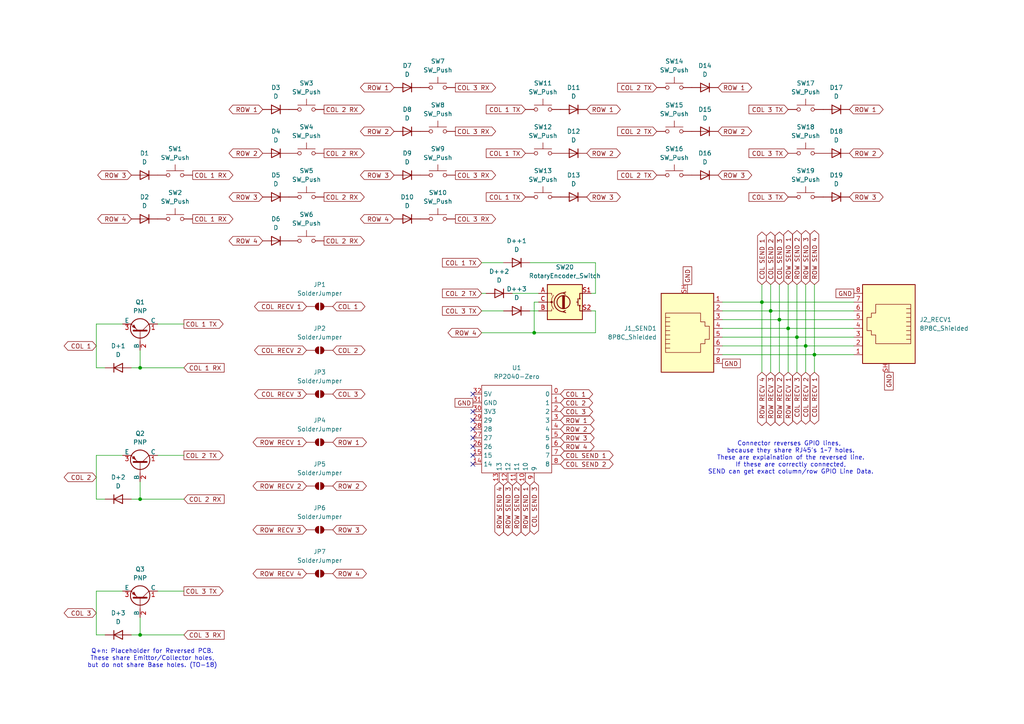
<source format=kicad_sch>
(kicad_sch (version 20250114) (generator "eeschema") (generator_version "9.0")
  (paper "A4")
  (lib_symbols
    (symbol "Connector:8P8C_Shielded" (pin_names (offset 1.016))
      (property "Reference" "J" (at -5.08 13.97 0))
      (property "Value" "8P8C_Shielded" (at 2.54 13.97 0))
      (symbol "8P8C_Shielded_0_1"
        (polyline (pts (xy -6.35 1.905) (xy -5.08 1.905) (xy -5.08 1.905)))
        (polyline (pts (xy -6.35 0.635) (xy -5.08 0.635) (xy -5.08 0.635)))
        (polyline (pts (xy -6.35 -0.635) (xy -5.08 -0.635) (xy -5.08 -0.635)))
        (polyline (pts (xy -6.35 -1.905) (xy -5.08 -1.905) (xy -5.08 -1.905)))
        (polyline (pts (xy -6.35 -3.175) (xy -5.08 -3.175) (xy -5.08 -3.175)))
        (polyline (pts (xy -6.35 -4.445) (xy -6.35 6.985) (xy 3.81 6.985) (xy 3.81 4.445) (xy 5.08 4.445) (xy 5.08 3.175) (xy 6.35 3.175) (xy 6.35 -0.635) (xy 5.08 -0.635) (xy 5.08 -1.905) (xy 3.81 -1.905) (xy 3.81 -4.445) (xy -6.35 -4.445) (xy -6.35 -4.445)))
        (polyline (pts (xy -5.08 5.715) (xy -6.35 5.715)))
        (polyline (pts (xy -5.08 4.445) (xy -6.35 4.445)))
        (polyline (pts (xy -5.08 3.175) (xy -6.35 3.175) (xy -6.35 3.175)))
        (rectangle (start 7.62 12.7) (end -7.62 -10.16) (stroke (width 0.254)) (fill (type background)))
      )
      (symbol "8P8C_Shielded_1_1"
        (pin passive line (at 0 -12.7 90) (length 2.54) (name "~") (number "SH"))
        (pin passive line (at 10.16 10.16 180) (length 2.54) (name "~") (number "8"))
        (pin passive line (at 10.16 7.62 180) (length 2.54) (name "~") (number "7"))
        (pin passive line (at 10.16 5.08 180) (length 2.54) (name "~") (number "6"))
        (pin passive line (at 10.16 2.54 180) (length 2.54) (name "~") (number "5"))
        (pin passive line (at 10.16 0 180) (length 2.54) (name "~") (number "4"))
        (pin passive line (at 10.16 -2.54 180) (length 2.54) (name "~") (number "3"))
        (pin passive line (at 10.16 -5.08 180) (length 2.54) (name "~") (number "2"))
        (pin passive line (at 10.16 -7.62 180) (length 2.54) (name "~") (number "1"))
      )
    )
    (symbol "Device:D" (pin_numbers (hide yes)) (pin_names (offset 1.016) (hide yes))
      (property "Reference" "D" (at 0 2.54 0))
      (property "Value" "D" (at 0 -2.54 0))
      (symbol "D_0_1"
        (polyline (pts (xy -1.27 1.27) (xy -1.27 -1.27)) (stroke (width 0.254)))
        (polyline (pts (xy 1.27 1.27) (xy 1.27 -1.27) (xy -1.27 0) (xy 1.27 1.27)) (stroke (width 0.254)))
        (polyline (pts (xy 1.27 0) (xy -1.27 0)))
      )
      (symbol "D_1_1"
        (pin passive line (at -3.81 0 0) (length 2.54) (name "K") (number "1"))
        (pin passive line (at 3.81 0 180) (length 2.54) (name "A") (number "2"))
      )
    )
    (symbol "Device:RotaryEncoder_Switch" (pin_names (offset 0.254) (hide yes))
      (property "Reference" "SW" (at 0 6.604 0))
      (property "Value" "RotaryEncoder_Switch" (at 0 -6.604 0))
      (symbol "RotaryEncoder_Switch_0_1"
        (rectangle (start -5.08 5.08) (end 5.08 -5.08) (stroke (width 0.254)) (fill (type background)))
        (polyline (pts (xy -5.08 2.54) (xy -3.81 2.54) (xy -3.81 2.032)))
        (polyline (pts (xy -5.08 0) (xy -3.81 0) (xy -3.81 -1.016) (xy -3.302 -2.032)))
        (polyline (pts (xy -5.08 -2.54) (xy -3.81 -2.54) (xy -3.81 -2.032)))
        (polyline (pts (xy -4.318 0) (xy -3.81 0) (xy -3.81 1.016) (xy -3.302 2.032)))
        (circle (center -3.81 0) (radius 0.254) (fill (type outline)))
        (polyline (pts (xy -0.635 -1.778) (xy -0.635 1.778)) (stroke (width 0.254)))
        (circle (center -0.381 0) (radius 1.905) (stroke (width 0.254)))
        (polyline (pts (xy -0.381 -1.778) (xy -0.381 1.778)) (stroke (width 0.254)))
        (arc (start -0.381 -2.794) (mid -3.0988 -0.0635) (end -0.381 2.667) (stroke (width 0.254)))
        (polyline (pts (xy -0.127 1.778) (xy -0.127 -1.778)) (stroke (width 0.254)))
        (polyline (pts (xy 0.254 2.921) (xy -0.508 2.667) (xy 0.127 2.286)) (stroke (width 0.254)))
        (polyline (pts (xy 0.254 -3.048) (xy -0.508 -2.794) (xy 0.127 -2.413)) (stroke (width 0.254)))
        (polyline (pts (xy 3.81 1.016) (xy 3.81 -1.016)) (stroke (width 0.254)))
        (polyline (pts (xy 3.81 0) (xy 3.429 0)) (stroke (width 0.254)))
        (circle (center 4.318 1.016) (radius 0.127) (stroke (width 0.254)))
        (circle (center 4.318 -1.016) (radius 0.127) (stroke (width 0.254)))
        (polyline (pts (xy 5.08 2.54) (xy 4.318 2.54) (xy 4.318 1.016)) (stroke (width 0.254)))
        (polyline (pts (xy 5.08 -2.54) (xy 4.318 -2.54) (xy 4.318 -1.016)) (stroke (width 0.254)))
      )
      (symbol "RotaryEncoder_Switch_1_1"
        (pin passive line (at -7.62 2.54 0) (length 2.54) (name "A") (number "A"))
        (pin passive line (at -7.62 0 0) (length 2.54) (name "C") (number "C"))
        (pin passive line (at -7.62 -2.54 0) (length 2.54) (name "B") (number "B"))
        (pin passive line (at 7.62 2.54 180) (length 2.54) (name "S1") (number "S1"))
        (pin passive line (at 7.62 -2.54 180) (length 2.54) (name "S2") (number "S2"))
      )
    )
    (symbol "Jumper:SolderJumper_2_Open" (pin_numbers (hide yes)) (pin_names (offset 0) (hide yes)) (in_bom no)
      (property "Reference" "JP" (at 0 2.032 0))
      (property "Value" "SolderJumper_2_Open" (at 0 -2.54 0))
      (symbol "SolderJumper_2_Open_0_1"
        (polyline (pts (xy -0.254 1.016) (xy -0.254 -1.016)))
        (arc (start -0.254 -1.016) (mid -1.2656 0) (end -0.254 1.016))
        (arc (start -0.254 -1.016) (mid -1.2656 0) (end -0.254 1.016) (fill (type outline)))
        (arc (start 0.254 1.016) (mid 1.2656 0) (end 0.254 -1.016))
        (arc (start 0.254 1.016) (mid 1.2656 0) (end 0.254 -1.016) (fill (type outline)))
        (polyline (pts (xy 0.254 1.016) (xy 0.254 -1.016)))
      )
      (symbol "SolderJumper_2_Open_1_1"
        (pin passive line (at -3.81 0 0) (length 2.54) (name "A") (number "1"))
        (pin passive line (at 3.81 0 180) (length 2.54) (name "B") (number "2"))
      )
    )
    (symbol "PNP_1" (pin_names (offset 0))
      (property "Reference" "Q" (at -2.54 7.62 0))
      (property "Value" "PNP" (at -2.54 5.08 0))
      (symbol "PNP_1_0_1"
        (polyline (pts (xy -2.54 0) (xy 0.635 0)) (stroke (width 0.1524)))
        (polyline (pts (xy 0.635 1.905) (xy 0.635 -1.905) (xy 0.635 -1.905)) (stroke (width 0.508)))
        (polyline (pts (xy 0.635 0.635) (xy 2.54 2.54)))
        (polyline (pts (xy 0.635 -0.635) (xy 2.54 -2.54) (xy 2.54 -2.54)))
        (circle (center 1.27 0) (radius 2.8194) (stroke (width 0.254)))
        (polyline (pts (xy 2.286 -1.778) (xy 1.778 -2.286) (xy 1.27 -1.27) (xy 2.286 -1.778) (xy 2.286 -1.778)) (fill (type outline)))
      )
      (symbol "PNP_1_1_1"
        (pin input line (at -5.08 0 0) (length 2.54) (name "B") (number "2"))
        (pin open_collector line (at 2.54 5.08 270) (length 2.54) (name "C") (number "1"))
        (pin open_emitter line (at 2.54 -5.08 90) (length 2.54) (name "E") (number "3"))
      )
    )
    (symbol "PNP_2" (pin_names (offset 0))
      (property "Reference" "Q" (at -2.54 7.62 0))
      (property "Value" "PNP" (at -2.54 5.08 0))
      (symbol "PNP_2_0_1"
        (polyline (pts (xy -2.54 0) (xy 0.635 0)) (stroke (width 0.1524)))
        (polyline (pts (xy 0.635 1.905) (xy 0.635 -1.905) (xy 0.635 -1.905)) (stroke (width 0.508)))
        (polyline (pts (xy 0.635 0.635) (xy 2.54 2.54)))
        (polyline (pts (xy 0.635 -0.635) (xy 2.54 -2.54) (xy 2.54 -2.54)))
        (circle (center 1.27 0) (radius 2.8194) (stroke (width 0.254)))
        (polyline (pts (xy 2.286 -1.778) (xy 1.778 -2.286) (xy 1.27 -1.27) (xy 2.286 -1.778) (xy 2.286 -1.778)) (fill (type outline)))
      )
      (symbol "PNP_2_1_1"
        (pin input line (at -5.08 0 0) (length 2.54) (name "B") (number "2"))
        (pin open_collector line (at 2.54 5.08 270) (length 2.54) (name "C") (number "1"))
        (pin open_emitter line (at 2.54 -5.08 90) (length 2.54) (name "E") (number "3"))
      )
    )
    (symbol "Simulation_SPICE:PNP" (pin_names (offset 0))
      (property "Reference" "Q" (at -2.54 7.62 0))
      (property "Value" "PNP" (at -2.54 5.08 0))
      (symbol "PNP_0_1"
        (polyline (pts (xy -2.54 0) (xy 0.635 0)) (stroke (width 0.1524)))
        (polyline (pts (xy 0.635 1.905) (xy 0.635 -1.905) (xy 0.635 -1.905)) (stroke (width 0.508)))
        (polyline (pts (xy 0.635 0.635) (xy 2.54 2.54)))
        (polyline (pts (xy 0.635 -0.635) (xy 2.54 -2.54) (xy 2.54 -2.54)))
        (circle (center 1.27 0) (radius 2.8194) (stroke (width 0.254)))
        (polyline (pts (xy 2.286 -1.778) (xy 1.778 -2.286) (xy 1.27 -1.27) (xy 2.286 -1.778) (xy 2.286 -1.778)) (fill (type outline)))
      )
      (symbol "PNP_1_1"
        (pin input line (at -5.08 0 0) (length 2.54) (name "B") (number "2"))
        (pin open_collector line (at 2.54 5.08 270) (length 2.54) (name "C") (number "1"))
        (pin open_emitter line (at 2.54 -5.08 90) (length 2.54) (name "E") (number "3"))
      )
    )
    (symbol "Switch:SW_Push" (pin_numbers (hide yes)) (pin_names (offset 1.016) (hide yes))
      (property "Reference" "SW" (at 1.27 2.54 0))
      (property "Value" "SW_Push" (at 0 -1.524 0))
      (symbol "SW_Push_0_1"
        (circle (center -2.032 0) (radius 0.508))
        (polyline (pts (xy 0 1.27) (xy 0 3.048)))
        (circle (center 2.032 0) (radius 0.508))
        (polyline (pts (xy 2.54 1.27) (xy -2.54 1.27)))
        (pin passive line (at -5.08 0 0) (length 2.54) (name "1") (number "1"))
        (pin passive line (at 5.08 0 180) (length 2.54) (name "2") (number "2"))
      )
    )
    (symbol "isw-mcu:RP2040-Zero"
      (property "Reference" "U" (at 0 17.78 0))
      (property "Value" "RP2040-Zero" (at 0 15.24 0))
      (symbol "RP2040-Zero_0_1"
        (rectangle (start -10.16 12.7) (end 10.16 -12.7))
      )
      (symbol "RP2040-Zero_1_1"
        (pin power_out line (at -12.7 10.16 0) (length 2.54) (name "5V") (number "32"))
        (pin power_in line (at -12.7 7.62 0) (length 2.54) (name "GND") (number "31"))
        (pin power_out line (at -12.7 5.08 0) (length 2.54) (name "3V3") (number "30"))
        (pin bidirectional line (at -12.7 2.54 0) (length 2.54) (name "29") (number "29"))
        (pin bidirectional line (at -12.7 0 0) (length 2.54) (name "28") (number "28"))
        (pin bidirectional line (at -12.7 -2.54 0) (length 2.54) (name "27") (number "27"))
        (pin bidirectional line (at -12.7 -5.08 0) (length 2.54) (name "26") (number "26"))
        (pin bidirectional line (at -12.7 -7.62 0) (length 2.54) (name "15") (number "15"))
        (pin bidirectional line (at -12.7 -10.16 0) (length 2.54) (name "14") (number "14"))
        (pin bidirectional line (at -5.08 -15.24 90) (length 2.54) (name "13") (number "13"))
        (pin bidirectional line (at -2.54 -15.24 90) (length 2.54) (name "12") (number "12"))
        (pin bidirectional line (at 0 -15.24 90) (length 2.54) (name "11") (number "11"))
        (pin bidirectional line (at 2.54 -15.24 90) (length 2.54) (name "10") (number "10"))
        (pin bidirectional line (at 5.08 -15.24 90) (length 2.54) (name "9") (number "9"))
        (pin tri_state line (at 12.7 10.16 180) (length 2.54) (name "0") (number "0"))
        (pin bidirectional line (at 12.7 7.62 180) (length 2.54) (name "1") (number "1"))
        (pin bidirectional line (at 12.7 5.08 180) (length 2.54) (name "2") (number "2"))
        (pin bidirectional line (at 12.7 2.54 180) (length 2.54) (name "3") (number "3"))
        (pin bidirectional line (at 12.7 0 180) (length 2.54) (name "4") (number "4"))
        (pin bidirectional line (at 12.7 -2.54 180) (length 2.54) (name "5") (number "5"))
        (pin bidirectional line (at 12.7 -5.08 180) (length 2.54) (name "6") (number "6"))
        (pin bidirectional line (at 12.7 -7.62 180) (length 2.54) (name "7") (number "7"))
        (pin bidirectional line (at 12.7 -10.16 180) (length 2.54) (name "8") (number "8"))
      )
    )
  )
  (text "Connector reverses GPIO lines, \nbecause they share RJ45's 1~7 holes.\nThese are explaination of the reversed line.\nIf these are correctly connected,\nSEND can get exact column/row GPIO Line Data." (at 229.362 132.842 0) (effects (font (size 1.27 1.27))))
  (text "Q+n: Placeholder for Reversed PCB.\nThese share Emittor/Collector holes,\nbut do not share Base holes. (TO-18)" (at 44.196 191.008 0) (effects (font (size 1.27 1.27))))
  (junction (at 233.68 100.33))
  (junction (at 40.64 144.78))
  (junction (at 220.98 87.63))
  (junction (at 226.06 92.71))
  (junction (at 231.14 97.79))
  (junction (at 40.64 106.68))
  (junction (at 236.22 102.87))
  (junction (at 223.52 90.17))
  (junction (at 228.6 95.25))
  (junction (at 154.94 96.52))
  (junction (at 40.64 184.15))
  (no_connect (at 137.16 132.08))
  (no_connect (at 137.16 134.62))
  (no_connect (at 137.16 129.54))
  (no_connect (at 137.16 124.46))
  (no_connect (at 137.16 119.38))
  (no_connect (at 137.16 127))
  (no_connect (at 137.16 121.92))
  (no_connect (at 137.16 114.3))
  (wire (pts (xy 154.94 87.63) (xy 154.94 96.52)))
  (wire (pts (xy 209.55 87.63) (xy 220.98 87.63)))
  (wire (pts (xy 226.06 92.71) (xy 226.06 107.95)))
  (wire (pts (xy 38.1 144.78) (xy 40.64 144.78)))
  (wire (pts (xy 233.68 82.55) (xy 233.68 100.33)))
  (wire (pts (xy 231.14 97.79) (xy 231.14 107.95)))
  (wire (pts (xy 45.72 93.98) (xy 53.34 93.98)))
  (wire (pts (xy 220.98 87.63) (xy 220.98 107.95)))
  (wire (pts (xy 139.7 90.17) (xy 146.05 90.17)))
  (wire (pts (xy 209.55 95.25) (xy 228.6 95.25)))
  (wire (pts (xy 228.6 95.25) (xy 247.65 95.25)))
  (wire (pts (xy 220.98 82.55) (xy 220.98 87.63)))
  (wire (pts (xy 153.67 76.2) (xy 172.72 76.2)))
  (wire (pts (xy 220.98 87.63) (xy 247.65 87.63)))
  (wire (pts (xy 231.14 97.79) (xy 247.65 97.79)))
  (wire (pts (xy 139.7 85.09) (xy 140.97 85.09)))
  (wire (pts (xy 236.22 102.87) (xy 236.22 107.95)))
  (wire (pts (xy 27.94 144.78) (xy 30.48 144.78)))
  (wire (pts (xy 228.6 95.25) (xy 228.6 107.95)))
  (wire (pts (xy 156.21 87.63) (xy 154.94 87.63)))
  (wire (pts (xy 223.52 90.17) (xy 223.52 107.95)))
  (wire (pts (xy 153.67 90.17) (xy 156.21 90.17)))
  (wire (pts (xy 38.1 106.68) (xy 40.64 106.68)))
  (wire (pts (xy 172.72 85.09) (xy 171.45 85.09)))
  (wire (pts (xy 223.52 82.55) (xy 223.52 90.17)))
  (wire (pts (xy 40.64 184.15) (xy 53.34 184.15)))
  (wire (pts (xy 40.64 179.07) (xy 40.64 184.15)))
  (wire (pts (xy 38.1 184.15) (xy 40.64 184.15)))
  (wire (pts (xy 172.72 90.17) (xy 171.45 90.17)))
  (wire (pts (xy 27.94 171.45) (xy 35.56 171.45)))
  (wire (pts (xy 40.64 106.68) (xy 53.34 106.68)))
  (wire (pts (xy 139.7 76.2) (xy 146.05 76.2)))
  (wire (pts (xy 226.06 82.55) (xy 226.06 92.71)))
  (wire (pts (xy 172.72 90.17) (xy 172.72 96.52)))
  (wire (pts (xy 233.68 100.33) (xy 247.65 100.33)))
  (wire (pts (xy 209.55 92.71) (xy 226.06 92.71)))
  (wire (pts (xy 27.94 93.98) (xy 35.56 93.98)))
  (wire (pts (xy 209.55 100.33) (xy 233.68 100.33)))
  (wire (pts (xy 27.94 106.68) (xy 30.48 106.68)))
  (wire (pts (xy 172.72 96.52) (xy 154.94 96.52)))
  (wire (pts (xy 228.6 82.55) (xy 228.6 95.25)))
  (wire (pts (xy 40.64 101.6) (xy 40.64 106.68)))
  (wire (pts (xy 45.72 132.08) (xy 53.34 132.08)))
  (wire (pts (xy 233.68 100.33) (xy 233.68 107.95)))
  (wire (pts (xy 45.72 171.45) (xy 53.34 171.45)))
  (wire (pts (xy 148.59 85.09) (xy 156.21 85.09)))
  (wire (pts (xy 40.64 144.78) (xy 53.34 144.78)))
  (wire (pts (xy 223.52 90.17) (xy 247.65 90.17)))
  (wire (pts (xy 139.7 96.52) (xy 154.94 96.52)))
  (wire (pts (xy 172.72 76.2) (xy 172.72 85.09)))
  (wire (pts (xy 209.55 90.17) (xy 223.52 90.17)))
  (wire (pts (xy 27.94 93.98) (xy 27.94 106.68)))
  (wire (pts (xy 27.94 184.15) (xy 30.48 184.15)))
  (wire (pts (xy 27.94 171.45) (xy 27.94 184.15)))
  (wire (pts (xy 236.22 82.55) (xy 236.22 102.87)))
  (wire (pts (xy 231.14 82.55) (xy 231.14 97.79)))
  (wire (pts (xy 27.94 132.08) (xy 35.56 132.08)))
  (wire (pts (xy 236.22 102.87) (xy 247.65 102.87)))
  (wire (pts (xy 226.06 92.71) (xy 247.65 92.71)))
  (wire (pts (xy 209.55 97.79) (xy 231.14 97.79)))
  (wire (pts (xy 40.64 139.7) (xy 40.64 144.78)))
  (wire (pts (xy 27.94 132.08) (xy 27.94 144.78)))
  (wire (pts (xy 209.55 102.87) (xy 236.22 102.87)))
  (global_label "COL 1 TX" (shape output) (at 53.34 93.98 0) (property "Intersheetrefs" "${INTERSHEET_REFS}" (effects (hide yes))))
  (global_label "ROW RECV 4" (shape bidirectional) (at 220.98 107.95 270) (property "Intersheetrefs" "${INTERSHEET_REFS}" (effects (hide yes))))
  (global_label "ROW SEND 2" (shape bidirectional) (at 149.86 139.7 270) (property "Intersheetrefs" "${INTERSHEET_REFS}" (effects (hide yes))))
  (global_label "ROW 2" (shape bidirectional) (at 170.18 44.45 0) (property "Intersheetrefs" "${INTERSHEET_REFS}" (effects (hide yes))))
  (global_label "ROW 2" (shape bidirectional) (at 162.56 124.46 0) (property "Intersheetrefs" "${INTERSHEET_REFS}" (effects (hide yes))))
  (global_label "ROW SEND 4" (shape bidirectional) (at 144.78 139.7 270) (property "Intersheetrefs" "${INTERSHEET_REFS}" (effects (hide yes))))
  (global_label "ROW 4" (shape bidirectional) (at 76.2 69.85 180) (property "Intersheetrefs" "${INTERSHEET_REFS}" (effects (hide yes))))
  (global_label "ROW 3" (shape bidirectional) (at 96.52 153.67 0) (property "Intersheetrefs" "${INTERSHEET_REFS}" (effects (hide yes))))
  (global_label "COL 3 TX" (shape input) (at 139.7 90.17 180) (property "Intersheetrefs" "${INTERSHEET_REFS}" (effects (hide yes))))
  (global_label "ROW 4" (shape bidirectional) (at 114.3 63.5 180) (property "Intersheetrefs" "${INTERSHEET_REFS}" (effects (hide yes))))
  (global_label "COL SEND 3" (shape bidirectional) (at 226.06 82.55 90) (property "Intersheetrefs" "${INTERSHEET_REFS}" (effects (hide yes))))
  (global_label "COL 3" (shape bidirectional) (at 162.56 119.38 0) (property "Intersheetrefs" "${INTERSHEET_REFS}" (effects (hide yes))))
  (global_label "COL 1" (shape bidirectional) (at 27.94 100.33 180) (property "Intersheetrefs" "${INTERSHEET_REFS}" (effects (hide yes))))
  (global_label "ROW 3" (shape bidirectional) (at 76.2 57.15 180) (property "Intersheetrefs" "${INTERSHEET_REFS}" (effects (hide yes))))
  (global_label "COL RECV 1" (shape bidirectional) (at 236.22 107.95 270) (property "Intersheetrefs" "${INTERSHEET_REFS}" (effects (hide yes))))
  (global_label "COL RECV 1" (shape bidirectional) (at 88.9 88.9 180) (property "Intersheetrefs" "${INTERSHEET_REFS}" (effects (hide yes))))
  (global_label "GND" (shape passive) (at 209.55 105.41 0) (property "Intersheetrefs" "${INTERSHEET_REFS}" (effects (hide yes))))
  (global_label "COL 2 TX" (shape input) (at 190.5 38.1 180) (property "Intersheetrefs" "${INTERSHEET_REFS}" (effects (hide yes))))
  (global_label "ROW 1" (shape bidirectional) (at 76.2 31.75 180) (property "Intersheetrefs" "${INTERSHEET_REFS}" (effects (hide yes))))
  (global_label "COL SEND 2" (shape bidirectional) (at 162.56 134.62 0) (property "Intersheetrefs" "${INTERSHEET_REFS}" (effects (hide yes))))
  (global_label "COL RECV 3" (shape bidirectional) (at 88.9 114.3 180) (property "Intersheetrefs" "${INTERSHEET_REFS}" (effects (hide yes))))
  (global_label "COL 2 TX" (shape output) (at 53.34 132.08 0) (property "Intersheetrefs" "${INTERSHEET_REFS}" (effects (hide yes))))
  (global_label "COL 3" (shape bidirectional) (at 96.52 114.3 0) (property "Intersheetrefs" "${INTERSHEET_REFS}" (effects (hide yes))))
  (global_label "COL 3 RX" (shape output) (at 132.08 50.8 0) (property "Intersheetrefs" "${INTERSHEET_REFS}" (effects (hide yes))))
  (global_label "ROW 4" (shape bidirectional) (at 162.56 129.54 0) (property "Intersheetrefs" "${INTERSHEET_REFS}" (effects (hide yes))))
  (global_label "COL 1 RX" (shape input) (at 53.34 106.68 0) (property "Intersheetrefs" "${INTERSHEET_REFS}" (effects (hide yes))))
  (global_label "ROW RECV 3" (shape bidirectional) (at 223.52 107.95 270) (property "Intersheetrefs" "${INTERSHEET_REFS}" (effects (hide yes))))
  (global_label "ROW 3" (shape bidirectional) (at 162.56 127 0) (property "Intersheetrefs" "${INTERSHEET_REFS}" (effects (hide yes))))
  (global_label "COL 2" (shape bidirectional) (at 27.94 138.43 180) (property "Intersheetrefs" "${INTERSHEET_REFS}" (effects (hide yes))))
  (global_label "COL 3 TX" (shape output) (at 53.34 171.45 0) (property "Intersheetrefs" "${INTERSHEET_REFS}" (effects (hide yes))))
  (global_label "COL 1 TX" (shape input) (at 139.7 76.2 180) (property "Intersheetrefs" "${INTERSHEET_REFS}" (effects (hide yes))))
  (global_label "GND" (shape passive) (at 199.39 82.55 90) (property "Intersheetrefs" "${INTERSHEET_REFS}" (effects (hide yes))))
  (global_label "COL SEND 1" (shape bidirectional) (at 220.98 82.55 90) (property "Intersheetrefs" "${INTERSHEET_REFS}" (effects (hide yes))))
  (global_label "COL 1" (shape bidirectional) (at 96.52 88.9 0) (property "Intersheetrefs" "${INTERSHEET_REFS}" (effects (hide yes))))
  (global_label "COL 2 RX" (shape output) (at 93.98 57.15 0) (property "Intersheetrefs" "${INTERSHEET_REFS}" (effects (hide yes))))
  (global_label "ROW 1" (shape bidirectional) (at 170.18 31.75 0) (property "Intersheetrefs" "${INTERSHEET_REFS}" (effects (hide yes))))
  (global_label "ROW 2" (shape bidirectional) (at 96.52 140.97 0) (property "Intersheetrefs" "${INTERSHEET_REFS}" (effects (hide yes))))
  (global_label "ROW 2" (shape bidirectional) (at 76.2 44.45 180) (property "Intersheetrefs" "${INTERSHEET_REFS}" (effects (hide yes))))
  (global_label "COL 2" (shape bidirectional) (at 162.56 116.84 0) (property "Intersheetrefs" "${INTERSHEET_REFS}" (effects (hide yes))))
  (global_label "ROW RECV 3" (shape bidirectional) (at 88.9 153.67 180) (property "Intersheetrefs" "${INTERSHEET_REFS}" (effects (hide yes))))
  (global_label "ROW RECV 1" (shape bidirectional) (at 228.6 107.95 270) (property "Intersheetrefs" "${INTERSHEET_REFS}" (effects (hide yes))))
  (global_label "COL 3" (shape bidirectional) (at 27.94 177.8 180) (property "Intersheetrefs" "${INTERSHEET_REFS}" (effects (hide yes))))
  (global_label "ROW 3" (shape bidirectional) (at 38.1 50.8 180) (property "Intersheetrefs" "${INTERSHEET_REFS}" (effects (hide yes))))
  (global_label "COL 3 RX" (shape output) (at 132.08 25.4 0) (property "Intersheetrefs" "${INTERSHEET_REFS}" (effects (hide yes))))
  (global_label "COL 2 RX" (shape input) (at 53.34 144.78 0) (property "Intersheetrefs" "${INTERSHEET_REFS}" (effects (hide yes))))
  (global_label "ROW 2" (shape bidirectional) (at 208.28 38.1 0) (property "Intersheetrefs" "${INTERSHEET_REFS}" (effects (hide yes))))
  (global_label "ROW 2" (shape bidirectional) (at 114.3 38.1 180) (property "Intersheetrefs" "${INTERSHEET_REFS}" (effects (hide yes))))
  (global_label "COL 2" (shape bidirectional) (at 96.52 101.6 0) (property "Intersheetrefs" "${INTERSHEET_REFS}" (effects (hide yes))))
  (global_label "ROW SEND 4" (shape bidirectional) (at 236.22 82.55 90) (property "Intersheetrefs" "${INTERSHEET_REFS}" (effects (hide yes))))
  (global_label "COL 3 RX" (shape output) (at 132.08 38.1 0) (property "Intersheetrefs" "${INTERSHEET_REFS}" (effects (hide yes))))
  (global_label "COL 2 TX" (shape input) (at 190.5 50.8 180) (property "Intersheetrefs" "${INTERSHEET_REFS}" (effects (hide yes))))
  (global_label "ROW RECV 2" (shape bidirectional) (at 226.06 107.95 270) (property "Intersheetrefs" "${INTERSHEET_REFS}" (effects (hide yes))))
  (global_label "COL SEND 1" (shape bidirectional) (at 162.56 132.08 0) (property "Intersheetrefs" "${INTERSHEET_REFS}" (effects (hide yes))))
  (global_label "COL 2 RX" (shape output) (at 93.98 31.75 0) (property "Intersheetrefs" "${INTERSHEET_REFS}" (effects (hide yes))))
  (global_label "ROW 1" (shape bidirectional) (at 208.28 25.4 0) (property "Intersheetrefs" "${INTERSHEET_REFS}" (effects (hide yes))))
  (global_label "ROW 3" (shape bidirectional) (at 208.28 50.8 0) (property "Intersheetrefs" "${INTERSHEET_REFS}" (effects (hide yes))))
  (global_label "COL RECV 3" (shape bidirectional) (at 231.14 107.95 270) (property "Intersheetrefs" "${INTERSHEET_REFS}" (effects (hide yes))))
  (global_label "COL 1 TX" (shape input) (at 152.4 31.75 180) (property "Intersheetrefs" "${INTERSHEET_REFS}" (effects (hide yes))))
  (global_label "ROW SEND 1" (shape bidirectional) (at 228.6 82.55 90) (property "Intersheetrefs" "${INTERSHEET_REFS}" (effects (hide yes))))
  (global_label "GND" (shape passive) (at 247.65 85.09 180) (property "Intersheetrefs" "${INTERSHEET_REFS}" (effects (hide yes))))
  (global_label "ROW 4" (shape bidirectional) (at 38.1 63.5 180) (property "Intersheetrefs" "${INTERSHEET_REFS}" (effects (hide yes))))
  (global_label "ROW SEND 3" (shape bidirectional) (at 233.68 82.55 90) (property "Intersheetrefs" "${INTERSHEET_REFS}" (effects (hide yes))))
  (global_label "ROW SEND 1" (shape bidirectional) (at 152.4 139.7 270) (property "Intersheetrefs" "${INTERSHEET_REFS}" (effects (hide yes))))
  (global_label "ROW 2" (shape bidirectional) (at 246.38 44.45 0) (property "Intersheetrefs" "${INTERSHEET_REFS}" (effects (hide yes))))
  (global_label "ROW RECV 4" (shape bidirectional) (at 88.9 166.37 180) (property "Intersheetrefs" "${INTERSHEET_REFS}" (effects (hide yes))))
  (global_label "COL 2 RX" (shape output) (at 93.98 44.45 0) (property "Intersheetrefs" "${INTERSHEET_REFS}" (effects (hide yes))))
  (global_label "COL 3 TX" (shape input) (at 228.6 44.45 180) (property "Intersheetrefs" "${INTERSHEET_REFS}" (effects (hide yes))))
  (global_label "COL RECV 2" (shape bidirectional) (at 233.68 107.95 270) (property "Intersheetrefs" "${INTERSHEET_REFS}" (effects (hide yes))))
  (global_label "GND" (shape passive) (at 137.16 116.84 180) (property "Intersheetrefs" "${INTERSHEET_REFS}" (effects (hide yes))))
  (global_label "COL 2 TX" (shape input) (at 139.7 85.09 180) (property "Intersheetrefs" "${INTERSHEET_REFS}" (effects (hide yes))))
  (global_label "COL 1 RX" (shape output) (at 55.88 50.8 0) (property "Intersheetrefs" "${INTERSHEET_REFS}" (effects (hide yes))))
  (global_label "ROW 1" (shape bidirectional) (at 162.56 121.92 0) (property "Intersheetrefs" "${INTERSHEET_REFS}" (effects (hide yes))))
  (global_label "COL SEND 2" (shape bidirectional) (at 223.52 82.55 90) (property "Intersheetrefs" "${INTERSHEET_REFS}" (effects (hide yes))))
  (global_label "ROW 1" (shape bidirectional) (at 114.3 25.4 180) (property "Intersheetrefs" "${INTERSHEET_REFS}" (effects (hide yes))))
  (global_label "ROW 3" (shape bidirectional) (at 114.3 50.8 180) (property "Intersheetrefs" "${INTERSHEET_REFS}" (effects (hide yes))))
  (global_label "COL 1 TX" (shape input) (at 152.4 44.45 180) (property "Intersheetrefs" "${INTERSHEET_REFS}" (effects (hide yes))))
  (global_label "ROW 3" (shape bidirectional) (at 170.18 57.15 0) (property "Intersheetrefs" "${INTERSHEET_REFS}" (effects (hide yes))))
  (global_label "COL 3 RX" (shape input) (at 53.34 184.15 0) (property "Intersheetrefs" "${INTERSHEET_REFS}" (effects (hide yes))))
  (global_label "COL 1 TX" (shape input) (at 152.4 57.15 180) (property "Intersheetrefs" "${INTERSHEET_REFS}" (effects (hide yes))))
  (global_label "ROW 4" (shape bidirectional) (at 96.52 166.37 0) (property "Intersheetrefs" "${INTERSHEET_REFS}" (effects (hide yes))))
  (global_label "COL SEND 3" (shape bidirectional) (at 154.94 139.7 270) (property "Intersheetrefs" "${INTERSHEET_REFS}" (effects (hide yes))))
  (global_label "ROW RECV 1" (shape bidirectional) (at 88.9 128.27 180) (property "Intersheetrefs" "${INTERSHEET_REFS}" (effects (hide yes))))
  (global_label "COL 2 TX" (shape input) (at 190.5 25.4 180) (property "Intersheetrefs" "${INTERSHEET_REFS}" (effects (hide yes))))
  (global_label "ROW SEND 3" (shape bidirectional) (at 147.32 139.7 270) (property "Intersheetrefs" "${INTERSHEET_REFS}" (effects (hide yes))))
  (global_label "ROW RECV 2" (shape bidirectional) (at 88.9 140.97 180) (property "Intersheetrefs" "${INTERSHEET_REFS}" (effects (hide yes))))
  (global_label "COL 3 TX" (shape input) (at 228.6 31.75 180) (property "Intersheetrefs" "${INTERSHEET_REFS}" (effects (hide yes))))
  (global_label "ROW 4" (shape bidirectional) (at 139.7 96.52 180) (property "Intersheetrefs" "${INTERSHEET_REFS}" (effects (hide yes))))
  (global_label "ROW 1" (shape bidirectional) (at 96.52 128.27 0) (property "Intersheetrefs" "${INTERSHEET_REFS}" (effects (hide yes))))
  (global_label "COL 3 TX" (shape input) (at 228.6 57.15 180) (property "Intersheetrefs" "${INTERSHEET_REFS}" (effects (hide yes))))
  (global_label "ROW 1" (shape bidirectional) (at 246.38 31.75 0) (property "Intersheetrefs" "${INTERSHEET_REFS}" (effects (hide yes))))
  (global_label "COL 3 RX" (shape output) (at 132.08 63.5 0) (property "Intersheetrefs" "${INTERSHEET_REFS}" (effects (hide yes))))
  (global_label "GND" (shape passive) (at 257.81 107.95 270) (property "Intersheetrefs" "${INTERSHEET_REFS}" (effects (hide yes))))
  (global_label "ROW SEND 2" (shape bidirectional) (at 231.14 82.55 90) (property "Intersheetrefs" "${INTERSHEET_REFS}" (effects (hide yes))))
  (global_label "COL 1" (shape bidirectional) (at 162.56 114.3 0) (property "Intersheetrefs" "${INTERSHEET_REFS}" (effects (hide yes))))
  (global_label "COL 2 RX" (shape output) (at 93.98 69.85 0) (property "Intersheetrefs" "${INTERSHEET_REFS}" (effects (hide yes))))
  (global_label "COL RECV 2" (shape bidirectional) (at 88.9 101.6 180) (property "Intersheetrefs" "${INTERSHEET_REFS}" (effects (hide yes))))
  (global_label "ROW 3" (shape bidirectional) (at 246.38 57.15 0) (property "Intersheetrefs" "${INTERSHEET_REFS}" (effects (hide yes))))
  (global_label "COL 1 RX" (shape output) (at 55.88 63.5 0) (property "Intersheetrefs" "${INTERSHEET_REFS}" (effects (hide yes))))
  (symbol (lib_id "Device:D") (at 242.57 31.75 0) (mirror y) (unit 1)
    (property "Reference" "D17" (at 242.57 25.4 0))
    (property "Value" "D" (at 242.57 27.94 0))
    (property "Description" "Diode" (effects (hide yes)))
    (property "Sim.Device" "D" (effects (hide yes)))
    (property "Sim.Pins" "1=K 2=A" (effects (hide yes)))
  )
  (symbol (lib_id "Jumper:SolderJumper_2_Open") (at 92.71 101.6 0) (unit 1) (in_bom no)
    (property "Reference" "JP2" (at 92.71 95.25 0))
    (property "Value" "SolderJumper" (at 92.71 97.79 0))
    (property "Description" "Solder Jumper, 2-pole, open" (effects (hide yes)))
  )
  (symbol (lib_id "Switch:SW_Push") (at 50.8 63.5 0) (mirror y) (unit 1)
    (property "Reference" "SW2" (at 50.8 55.88 0))
    (property "Value" "SW_Push" (at 50.8 58.42 0))
    (property "Description" "Push button switch, generic, two pins" (effects (hide yes)))
  )
  (symbol (lib_id "Switch:SW_Push") (at 195.58 50.8 0) (mirror y) (unit 1)
    (property "Reference" "SW16" (at 195.58 43.18 0))
    (property "Value" "SW_Push" (at 195.58 45.72 0))
    (property "Description" "Push button switch, generic, two pins" (effects (hide yes)))
  )
  (symbol (lib_id "Switch:SW_Push") (at 157.48 31.75 0) (mirror y) (unit 1)
    (property "Reference" "SW11" (at 157.48 24.13 0))
    (property "Value" "SW_Push" (at 157.48 26.67 0))
    (property "Description" "Push button switch, generic, two pins" (effects (hide yes)))
  )
  (symbol (lib_id "Switch:SW_Push") (at 157.48 44.45 0) (mirror y) (unit 1)
    (property "Reference" "SW12" (at 157.48 36.83 0))
    (property "Value" "SW_Push" (at 157.48 39.37 0))
    (property "Description" "Push button switch, generic, two pins" (effects (hide yes)))
  )
  (symbol (lib_id "Device:D") (at 149.86 76.2 0) (mirror y) (unit 1)
    (property "Reference" "D++1" (at 149.86 69.85 0))
    (property "Value" "D" (at 149.86 72.39 0))
    (property "Description" "Diode" (effects (hide yes)))
    (property "Sim.Device" "D" (effects (hide yes)))
    (property "Sim.Pins" "1=K 2=A" (effects (hide yes)))
  )
  (symbol (lib_id "Switch:SW_Push") (at 127 50.8 0) (mirror y) (unit 1)
    (property "Reference" "SW9" (at 127 43.18 0))
    (property "Value" "SW_Push" (at 127 45.72 0))
    (property "Description" "Push button switch, generic, two pins" (effects (hide yes)))
  )
  (symbol (lib_id "Device:D") (at 204.47 50.8 0) (mirror y) (unit 1)
    (property "Reference" "D16" (at 204.47 44.45 0))
    (property "Value" "D" (at 204.47 46.99 0))
    (property "Description" "Diode" (effects (hide yes)))
    (property "Sim.Device" "D" (effects (hide yes)))
    (property "Sim.Pins" "1=K 2=A" (effects (hide yes)))
  )
  (symbol (lib_id "Switch:SW_Push") (at 195.58 25.4 0) (mirror y) (unit 1)
    (property "Reference" "SW14" (at 195.58 17.78 0))
    (property "Value" "SW_Push" (at 195.58 20.32 0))
    (property "Description" "Push button switch, generic, two pins" (effects (hide yes)))
  )
  (symbol (lib_id "Jumper:SolderJumper_2_Open") (at 92.71 114.3 0) (unit 1) (in_bom no)
    (property "Reference" "JP3" (at 92.71 107.95 0))
    (property "Value" "SolderJumper" (at 92.71 110.49 0))
    (property "Description" "Solder Jumper, 2-pole, open" (effects (hide yes)))
  )
  (symbol (lib_id "Jumper:SolderJumper_2_Open") (at 92.71 140.97 0) (unit 1) (in_bom no)
    (property "Reference" "JP5" (at 92.71 134.62 0))
    (property "Value" "SolderJumper" (at 92.71 137.16 0))
    (property "Description" "Solder Jumper, 2-pole, open" (effects (hide yes)))
  )
  (symbol (lib_id "Switch:SW_Push") (at 127 25.4 0) (mirror y) (unit 1)
    (property "Reference" "SW7" (at 127 17.78 0))
    (property "Value" "SW_Push" (at 127 20.32 0))
    (property "Description" "Push button switch, generic, two pins" (effects (hide yes)))
  )
  (symbol (lib_id "Device:D") (at 149.86 90.17 0) (mirror y) (unit 1)
    (property "Reference" "D++3" (at 149.86 83.82 0))
    (property "Value" "D" (at 149.86 86.36 0))
    (property "Description" "Diode" (effects (hide yes)))
    (property "Sim.Device" "D" (effects (hide yes)))
    (property "Sim.Pins" "1=K 2=A" (effects (hide yes)))
  )
  (symbol (lib_id "Device:D") (at 242.57 44.45 0) (mirror y) (unit 1)
    (property "Reference" "D18" (at 242.57 38.1 0))
    (property "Value" "D" (at 242.57 40.64 0))
    (property "Description" "Diode" (effects (hide yes)))
    (property "Sim.Device" "D" (effects (hide yes)))
    (property "Sim.Pins" "1=K 2=A" (effects (hide yes)))
  )
  (symbol (lib_id "Jumper:SolderJumper_2_Open") (at 92.71 88.9 0) (unit 1) (in_bom no)
    (property "Reference" "JP1" (at 92.71 82.55 0))
    (property "Value" "SolderJumper" (at 92.71 85.09 0))
    (property "Description" "Solder Jumper, 2-pole, open" (effects (hide yes)))
  )
  (symbol (lib_id "Device:D") (at 242.57 57.15 0) (mirror y) (unit 1)
    (property "Reference" "D19" (at 242.57 50.8 0))
    (property "Value" "D" (at 242.57 53.34 0))
    (property "Description" "Diode" (effects (hide yes)))
    (property "Sim.Device" "D" (effects (hide yes)))
    (property "Sim.Pins" "1=K 2=A" (effects (hide yes)))
  )
  (symbol (lib_id "Device:D") (at 204.47 38.1 0) (mirror y) (unit 1)
    (property "Reference" "D15" (at 204.47 31.75 0))
    (property "Value" "D" (at 204.47 34.29 0))
    (property "Description" "Diode" (effects (hide yes)))
    (property "Sim.Device" "D" (effects (hide yes)))
    (property "Sim.Pins" "1=K 2=A" (effects (hide yes)))
  )
  (symbol (lib_id "Device:D") (at 41.91 63.5 0) (mirror y) (unit 1)
    (property "Reference" "D2" (at 41.91 57.15 0))
    (property "Value" "D" (at 41.91 59.69 0))
    (property "Description" "Diode" (effects (hide yes)))
    (property "Sim.Device" "D" (effects (hide yes)))
    (property "Sim.Pins" "1=K 2=A" (effects (hide yes)))
  )
  (symbol (lib_id "Device:D") (at 166.37 31.75 0) (mirror y) (unit 1)
    (property "Reference" "D11" (at 166.37 25.4 0))
    (property "Value" "D" (at 166.37 27.94 0))
    (property "Description" "Diode" (effects (hide yes)))
    (property "Sim.Device" "D" (effects (hide yes)))
    (property "Sim.Pins" "1=K 2=A" (effects (hide yes)))
  )
  (symbol (lib_id "Device:D") (at 166.37 44.45 0) (mirror y) (unit 1)
    (property "Reference" "D12" (at 166.37 38.1 0))
    (property "Value" "D" (at 166.37 40.64 0))
    (property "Description" "Diode" (effects (hide yes)))
    (property "Sim.Device" "D" (effects (hide yes)))
    (property "Sim.Pins" "1=K 2=A" (effects (hide yes)))
  )
  (symbol (lib_id "Connector:8P8C_Shielded") (at 199.39 95.25 0) (mirror x) (unit 1) (exclude_from_sim yes) (on_board no)
    (property "Reference" "J1_SEND1" (at 190.5 95.2499 0) (effects (justify right)))
    (property "Value" "8P8C_Shielded" (at 190.5 97.7899 0) (effects (justify right)))
    (property "Description" "RJ connector, 8P8C (8 positions 8 connected), RJ31/RJ32/RJ33/RJ34/RJ35/RJ41/RJ45/RJ49/RJ61, Shielded" (effects (hide yes)))
  )
  (symbol (lib_id "Device:D") (at 118.11 25.4 0) (mirror y) (unit 1)
    (property "Reference" "D7" (at 118.11 19.05 0))
    (property "Value" "D" (at 118.11 21.59 0))
    (property "Description" "Diode" (effects (hide yes)))
    (property "Sim.Device" "D" (effects (hide yes)))
    (property "Sim.Pins" "1=K 2=A" (effects (hide yes)))
  )
  (symbol (lib_id "Device:D") (at 34.29 184.15 0) (unit 1)
    (property "Reference" "D+3" (at 34.29 177.8 0))
    (property "Value" "D" (at 34.29 180.34 0))
    (property "Description" "Diode" (effects (hide yes)))
    (property "Sim.Device" "D" (effects (hide yes)))
    (property "Sim.Pins" "1=K 2=A" (effects (hide yes)))
  )
  (symbol (lib_id "Switch:SW_Push") (at 50.8 50.8 0) (mirror y) (unit 1)
    (property "Reference" "SW1" (at 50.8 43.18 0))
    (property "Value" "SW_Push" (at 50.8 45.72 0))
    (property "Description" "Push button switch, generic, two pins" (effects (hide yes)))
  )
  (symbol (lib_name "PNP_1") (lib_id "Simulation_SPICE:PNP") (at 40.64 96.52 270) (mirror x) (unit 1)
    (property "Reference" "Q1" (at 40.64 87.63 90))
    (property "Value" "PNP" (at 40.64 90.17 90))
    (property "Datasheet" "https://ngspice.sourceforge.io/docs/ngspice-html-manual/manual.xhtml#cha_BJTs" (effects (hide yes)))
    (property "Description" "Bipolar transistor symbol for simulation only, substrate tied to the emitter" (effects (hide yes)))
    (property "Sim.Device" "PNP" (effects (hide yes)))
    (property "Sim.Type" "GUMMELPOON" (effects (hide yes)))
    (property "Sim.Pins" "1=C 2=B 3=E" (effects (hide yes)))
  )
  (symbol (lib_id "Device:RotaryEncoder_Switch") (at 163.83 87.63 0) (unit 1)
    (property "Reference" "SW20" (at 163.83 77.47 0))
    (property "Value" "RotaryEncoder_Switch" (at 163.83 80.01 0))
    (property "Description" "Rotary encoder, dual channel, incremental quadrate outputs, with switch" (effects (hide yes)))
  )
  (symbol (lib_id "Switch:SW_Push") (at 233.68 31.75 0) (mirror y) (unit 1)
    (property "Reference" "SW17" (at 233.68 24.13 0))
    (property "Value" "SW_Push" (at 233.68 26.67 0))
    (property "Description" "Push button switch, generic, two pins" (effects (hide yes)))
  )
  (symbol (lib_name "PNP_2") (lib_id "Simulation_SPICE:PNP") (at 40.64 134.62 270) (mirror x) (unit 1)
    (property "Reference" "Q2" (at 40.64 125.73 90))
    (property "Value" "PNP" (at 40.64 128.27 90))
    (property "Datasheet" "https://ngspice.sourceforge.io/docs/ngspice-html-manual/manual.xhtml#cha_BJTs" (effects (hide yes)))
    (property "Description" "Bipolar transistor symbol for simulation only, substrate tied to the emitter" (effects (hide yes)))
    (property "Sim.Device" "PNP" (effects (hide yes)))
    (property "Sim.Type" "GUMMELPOON" (effects (hide yes)))
    (property "Sim.Pins" "1=C 2=B 3=E" (effects (hide yes)))
  )
  (symbol (lib_id "Device:D") (at 41.91 50.8 0) (mirror y) (unit 1)
    (property "Reference" "D1" (at 41.91 44.45 0))
    (property "Value" "D" (at 41.91 46.99 0))
    (property "Description" "Diode" (effects (hide yes)))
    (property "Sim.Device" "D" (effects (hide yes)))
    (property "Sim.Pins" "1=K 2=A" (effects (hide yes)))
  )
  (symbol (lib_id "Switch:SW_Push") (at 88.9 69.85 0) (mirror y) (unit 1)
    (property "Reference" "SW6" (at 88.9 62.23 0))
    (property "Value" "SW_Push" (at 88.9 64.77 0))
    (property "Description" "Push button switch, generic, two pins" (effects (hide yes)))
  )
  (symbol (lib_id "Device:D") (at 118.11 50.8 0) (mirror y) (unit 1)
    (property "Reference" "D9" (at 118.11 44.45 0))
    (property "Value" "D" (at 118.11 46.99 0))
    (property "Description" "Diode" (effects (hide yes)))
    (property "Sim.Device" "D" (effects (hide yes)))
    (property "Sim.Pins" "1=K 2=A" (effects (hide yes)))
  )
  (symbol (lib_id "Device:D") (at 80.01 69.85 0) (mirror y) (unit 1)
    (property "Reference" "D6" (at 80.01 63.5 0))
    (property "Value" "D" (at 80.01 66.04 0))
    (property "Description" "Diode" (effects (hide yes)))
    (property "Sim.Device" "D" (effects (hide yes)))
    (property "Sim.Pins" "1=K 2=A" (effects (hide yes)))
  )
  (symbol (lib_id "Switch:SW_Push") (at 88.9 31.75 0) (mirror y) (unit 1)
    (property "Reference" "SW3" (at 88.9 24.13 0))
    (property "Value" "SW_Push" (at 88.9 26.67 0))
    (property "Description" "Push button switch, generic, two pins" (effects (hide yes)))
  )
  (symbol (lib_id "Switch:SW_Push") (at 127 63.5 0) (mirror y) (unit 1)
    (property "Reference" "SW10" (at 127 55.88 0))
    (property "Value" "SW_Push" (at 127 58.42 0))
    (property "Description" "Push button switch, generic, two pins" (effects (hide yes)))
  )
  (symbol (lib_id "Switch:SW_Push") (at 88.9 44.45 0) (mirror y) (unit 1)
    (property "Reference" "SW4" (at 88.9 36.83 0))
    (property "Value" "SW_Push" (at 88.9 39.37 0))
    (property "Description" "Push button switch, generic, two pins" (effects (hide yes)))
  )
  (symbol (lib_id "Device:D") (at 204.47 25.4 0) (mirror y) (unit 1)
    (property "Reference" "D14" (at 204.47 19.05 0))
    (property "Value" "D" (at 204.47 21.59 0))
    (property "Description" "Diode" (effects (hide yes)))
    (property "Sim.Device" "D" (effects (hide yes)))
    (property "Sim.Pins" "1=K 2=A" (effects (hide yes)))
  )
  (symbol (lib_id "Device:D") (at 80.01 57.15 0) (mirror y) (unit 1)
    (property "Reference" "D5" (at 80.01 50.8 0))
    (property "Value" "D" (at 80.01 53.34 0))
    (property "Description" "Diode" (effects (hide yes)))
    (property "Sim.Device" "D" (effects (hide yes)))
    (property "Sim.Pins" "1=K 2=A" (effects (hide yes)))
  )
  (symbol (lib_id "Jumper:SolderJumper_2_Open") (at 92.71 153.67 0) (unit 1) (in_bom no)
    (property "Reference" "JP6" (at 92.71 147.32 0))
    (property "Value" "SolderJumper" (at 92.71 149.86 0))
    (property "Description" "Solder Jumper, 2-pole, open" (effects (hide yes)))
  )
  (symbol (lib_id "isw-mcu:RP2040-Zero") (at 149.86 124.46 0) (unit 1)
    (property "Reference" "U1" (at 149.86 106.68 0))
    (property "Value" "RP2040-Zero" (at 149.86 109.22 0))
  )
  (symbol (lib_id "Device:D") (at 34.29 144.78 0) (unit 1)
    (property "Reference" "D+2" (at 34.29 138.43 0))
    (property "Value" "D" (at 34.29 140.97 0))
    (property "Description" "Diode" (effects (hide yes)))
    (property "Sim.Device" "D" (effects (hide yes)))
    (property "Sim.Pins" "1=K 2=A" (effects (hide yes)))
  )
  (symbol (lib_id "Device:D") (at 118.11 38.1 0) (mirror y) (unit 1)
    (property "Reference" "D8" (at 118.11 31.75 0))
    (property "Value" "D" (at 118.11 34.29 0))
    (property "Description" "Diode" (effects (hide yes)))
    (property "Sim.Device" "D" (effects (hide yes)))
    (property "Sim.Pins" "1=K 2=A" (effects (hide yes)))
  )
  (symbol (lib_id "Jumper:SolderJumper_2_Open") (at 92.71 166.37 0) (unit 1) (in_bom no)
    (property "Reference" "JP7" (at 92.71 160.02 0))
    (property "Value" "SolderJumper" (at 92.71 162.56 0))
    (property "Description" "Solder Jumper, 2-pole, open" (effects (hide yes)))
  )
  (symbol (lib_id "Switch:SW_Push") (at 88.9 57.15 0) (mirror y) (unit 1)
    (property "Reference" "SW5" (at 88.9 49.53 0))
    (property "Value" "SW_Push" (at 88.9 52.07 0))
    (property "Description" "Push button switch, generic, two pins" (effects (hide yes)))
  )
  (symbol (lib_id "Jumper:SolderJumper_2_Open") (at 92.71 128.27 0) (unit 1) (in_bom no)
    (property "Reference" "JP4" (at 92.71 121.92 0))
    (property "Value" "SolderJumper" (at 92.71 124.46 0))
    (property "Description" "Solder Jumper, 2-pole, open" (effects (hide yes)))
  )
  (symbol (lib_id "Device:D") (at 80.01 44.45 0) (mirror y) (unit 1)
    (property "Reference" "D4" (at 80.01 38.1 0))
    (property "Value" "D" (at 80.01 40.64 0))
    (property "Description" "Diode" (effects (hide yes)))
    (property "Sim.Device" "D" (effects (hide yes)))
    (property "Sim.Pins" "1=K 2=A" (effects (hide yes)))
  )
  (symbol (lib_id "Device:D") (at 118.11 63.5 0) (mirror y) (unit 1)
    (property "Reference" "D10" (at 118.11 57.15 0))
    (property "Value" "D" (at 118.11 59.69 0))
    (property "Description" "Diode" (effects (hide yes)))
    (property "Sim.Device" "D" (effects (hide yes)))
    (property "Sim.Pins" "1=K 2=A" (effects (hide yes)))
  )
  (symbol (lib_id "Switch:SW_Push") (at 233.68 57.15 0) (mirror y) (unit 1)
    (property "Reference" "SW19" (at 233.68 49.53 0))
    (property "Value" "SW_Push" (at 233.68 52.07 0))
    (property "Description" "Push button switch, generic, two pins" (effects (hide yes)))
  )
  (symbol (lib_id "Simulation_SPICE:PNP") (at 40.64 173.99 270) (mirror x) (unit 1)
    (property "Reference" "Q3" (at 40.64 165.1 90))
    (property "Value" "PNP" (at 40.64 167.64 90))
    (property "Datasheet" "https://ngspice.sourceforge.io/docs/ngspice-html-manual/manual.xhtml#cha_BJTs" (effects (hide yes)))
    (property "Description" "Bipolar transistor symbol for simulation only, substrate tied to the emitter" (effects (hide yes)))
    (property "Sim.Device" "PNP" (effects (hide yes)))
    (property "Sim.Type" "GUMMELPOON" (effects (hide yes)))
    (property "Sim.Pins" "1=C 2=B 3=E" (effects (hide yes)))
  )
  (symbol (lib_id "Device:D") (at 166.37 57.15 0) (mirror y) (unit 1)
    (property "Reference" "D13" (at 166.37 50.8 0))
    (property "Value" "D" (at 166.37 53.34 0))
    (property "Description" "Diode" (effects (hide yes)))
    (property "Sim.Device" "D" (effects (hide yes)))
    (property "Sim.Pins" "1=K 2=A" (effects (hide yes)))
  )
  (symbol (lib_id "Switch:SW_Push") (at 233.68 44.45 0) (mirror y) (unit 1)
    (property "Reference" "SW18" (at 233.68 36.83 0))
    (property "Value" "SW_Push" (at 233.68 39.37 0))
    (property "Description" "Push button switch, generic, two pins" (effects (hide yes)))
  )
  (symbol (lib_id "Switch:SW_Push") (at 195.58 38.1 0) (mirror y) (unit 1)
    (property "Reference" "SW15" (at 195.58 30.48 0))
    (property "Value" "SW_Push" (at 195.58 33.02 0))
    (property "Description" "Push button switch, generic, two pins" (effects (hide yes)))
  )
  (symbol (lib_id "Switch:SW_Push") (at 127 38.1 0) (mirror y) (unit 1)
    (property "Reference" "SW8" (at 127 30.48 0))
    (property "Value" "SW_Push" (at 127 33.02 0))
    (property "Description" "Push button switch, generic, two pins" (effects (hide yes)))
  )
  (symbol (lib_id "Device:D") (at 80.01 31.75 0) (mirror y) (unit 1)
    (property "Reference" "D3" (at 80.01 25.4 0))
    (property "Value" "D" (at 80.01 27.94 0))
    (property "Description" "Diode" (effects (hide yes)))
    (property "Sim.Device" "D" (effects (hide yes)))
    (property "Sim.Pins" "1=K 2=A" (effects (hide yes)))
  )
  (symbol (lib_id "Device:D") (at 34.29 106.68 0) (unit 1)
    (property "Reference" "D+1" (at 34.29 100.33 0))
    (property "Value" "D" (at 34.29 102.87 0))
    (property "Description" "Diode" (effects (hide yes)))
    (property "Sim.Device" "D" (effects (hide yes)))
    (property "Sim.Pins" "1=K 2=A" (effects (hide yes)))
  )
  (symbol (lib_id "Switch:SW_Push") (at 157.48 57.15 0) (mirror y) (unit 1)
    (property "Reference" "SW13" (at 157.48 49.53 0))
    (property "Value" "SW_Push" (at 157.48 52.07 0))
    (property "Description" "Push button switch, generic, two pins" (effects (hide yes)))
  )
  (symbol (lib_id "Device:D") (at 144.78 85.09 0) (mirror y) (unit 1)
    (property "Reference" "D++2" (at 144.78 78.74 0))
    (property "Value" "D" (at 144.78 81.28 0))
    (property "Description" "Diode" (effects (hide yes)))
    (property "Sim.Device" "D" (effects (hide yes)))
    (property "Sim.Pins" "1=K 2=A" (effects (hide yes)))
  )
  (symbol (lib_id "Connector:8P8C_Shielded") (at 257.81 95.25 0) (mirror y) (unit 1)
    (property "Reference" "J2_RECV1" (at 266.7 92.7099 0) (effects (justify right)))
    (property "Value" "8P8C_Shielded" (at 266.7 95.2499 0) (effects (justify right)))
    (property "Description" "RJ connector, 8P8C (8 positions 8 connected), RJ31/RJ32/RJ33/RJ34/RJ35/RJ41/RJ45/RJ49/RJ61, Shielded" (effects (hide yes)))
  )
)
</source>
